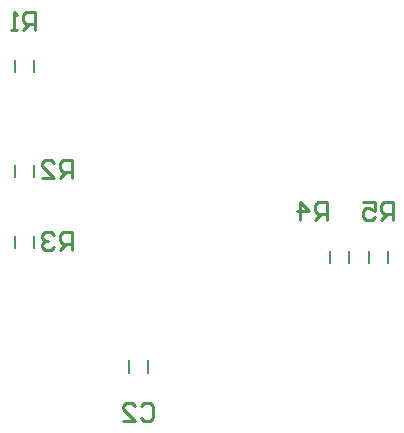
<source format=gbo>
G04*
G04 #@! TF.GenerationSoftware,Altium Limited,Altium Designer,24.5.1 (21)*
G04*
G04 Layer_Color=32896*
%FSLAX44Y44*%
%MOMM*%
G71*
G04*
G04 #@! TF.SameCoordinates,4CF24129-FD56-4E2D-9210-4E3AEFEF1F0E*
G04*
G04*
G04 #@! TF.FilePolarity,Positive*
G04*
G01*
G75*
%ADD10C,0.2540*%
%ADD27C,0.2000*%
D10*
X419096Y-208277D02*
Y-193043D01*
X411478D01*
X408939Y-195582D01*
Y-200660D01*
X411478Y-203199D01*
X419096D01*
X414017D02*
X408939Y-208277D01*
X393704Y-193043D02*
X403861D01*
Y-200660D01*
X398783Y-198121D01*
X396243D01*
X393704Y-200660D01*
Y-205738D01*
X396243Y-208277D01*
X401322D01*
X403861Y-205738D01*
X363216Y-208277D02*
Y-193043D01*
X355598D01*
X353059Y-195582D01*
Y-200660D01*
X355598Y-203199D01*
X363216D01*
X358138D02*
X353059Y-208277D01*
X340363D02*
Y-193043D01*
X347981Y-200660D01*
X337824D01*
X147316Y-233678D02*
Y-218442D01*
X139698D01*
X137159Y-220982D01*
Y-226060D01*
X139698Y-228599D01*
X147316D01*
X142238D02*
X137159Y-233678D01*
X132081Y-220982D02*
X129542Y-218442D01*
X124463D01*
X121924Y-220982D01*
Y-223521D01*
X124463Y-226060D01*
X127002D01*
X124463D01*
X121924Y-228599D01*
Y-231138D01*
X124463Y-233678D01*
X129542D01*
X132081Y-231138D01*
X147316Y-172717D02*
Y-157483D01*
X139698D01*
X137159Y-160022D01*
Y-165100D01*
X139698Y-167639D01*
X147316D01*
X142238D02*
X137159Y-172717D01*
X121924D02*
X132081D01*
X121924Y-162561D01*
Y-160022D01*
X124463Y-157483D01*
X129542D01*
X132081Y-160022D01*
X115824Y-47244D02*
Y-32009D01*
X108207D01*
X105667Y-34548D01*
Y-39627D01*
X108207Y-42166D01*
X115824D01*
X110746D02*
X105667Y-47244D01*
X100589D02*
X95511D01*
X98050D01*
Y-32009D01*
X100589Y-34548D01*
X205739Y-365762D02*
X208278Y-363223D01*
X213357D01*
X215896Y-365762D01*
Y-375918D01*
X213357Y-378457D01*
X208278D01*
X205739Y-375918D01*
X190504Y-378457D02*
X200661D01*
X190504Y-368301D01*
Y-365762D01*
X193043Y-363223D01*
X198122D01*
X200661Y-365762D01*
D27*
X98680Y-171900D02*
Y-161900D01*
X114680Y-171900D02*
Y-161900D01*
X114680Y-231800D02*
Y-221800D01*
X98680Y-231800D02*
Y-221800D01*
X195200Y-338000D02*
Y-327000D01*
X211200Y-338000D02*
Y-327000D01*
X365380Y-244500D02*
Y-234500D01*
X381380Y-244500D02*
Y-234500D01*
X398400Y-244500D02*
Y-234500D01*
X414400Y-244500D02*
Y-234500D01*
X98680Y-83000D02*
Y-73000D01*
X114680Y-83000D02*
Y-73000D01*
M02*

</source>
